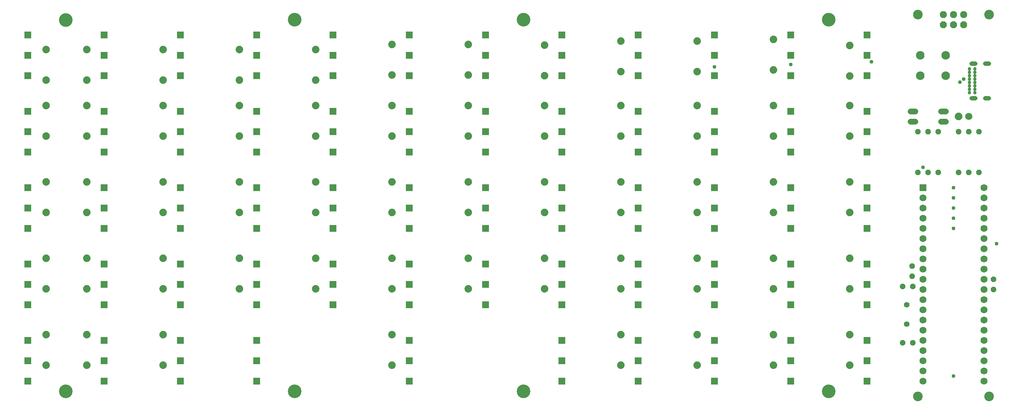
<source format=gbr>
G04 EAGLE Gerber RS-274X export*
G75*
%MOMM*%
%FSLAX34Y34*%
%LPD*%
%INSoldermask Top*%
%IPPOS*%
%AMOC8*
5,1,8,0,0,1.08239X$1,22.5*%
G01*
%ADD10P,1.539592X8X292.500000*%
%ADD11P,1.539592X8X112.500000*%
%ADD12P,1.951982X8X202.500000*%
%ADD13C,1.803400*%
%ADD14P,1.539592X8X202.500000*%
%ADD15C,1.422400*%
%ADD16C,0.857200*%
%ADD17C,1.103200*%
%ADD18P,1.869504X8X202.500000*%
%ADD19C,2.133600*%
%ADD20R,1.727200X1.727200*%
%ADD21C,1.727200*%
%ADD22C,1.422400*%
%ADD23C,3.403200*%
%ADD24C,2.403200*%
%ADD25R,1.703200X1.703200*%
%ADD26C,1.879600*%
%ADD27C,0.959600*%


D10*
X2322830Y363220D03*
X2322830Y337820D03*
D11*
X2526030Y304800D03*
X2526030Y330200D03*
D12*
X2438400Y736600D03*
D13*
X2463800Y736600D03*
D14*
X2324100Y312420D03*
X2298700Y312420D03*
X2324100Y171450D03*
X2298700Y171450D03*
D15*
X2394204Y723900D02*
X2406396Y723900D01*
X2330196Y723900D02*
X2318004Y723900D01*
X2394204Y749300D02*
X2406396Y749300D01*
X2330196Y749300D02*
X2318004Y749300D01*
D16*
X2465460Y795750D03*
X2465460Y804250D03*
X2465460Y812750D03*
X2465460Y821250D03*
X2465460Y829750D03*
X2465460Y838250D03*
X2465460Y846750D03*
X2465460Y855250D03*
X2478960Y855250D03*
X2478960Y846750D03*
X2478960Y838250D03*
X2478960Y829750D03*
X2478960Y821250D03*
X2478960Y812750D03*
X2478960Y804250D03*
X2478960Y795750D03*
D17*
X2479760Y782250D02*
X2470760Y782250D01*
X2470760Y868750D02*
X2479760Y868750D01*
X2504560Y868750D02*
X2513560Y868750D01*
X2513560Y782250D02*
X2504560Y782250D01*
D18*
X2451100Y990600D03*
X2451100Y965200D03*
X2425700Y990600D03*
X2425700Y965200D03*
X2400300Y990600D03*
X2400300Y965200D03*
D11*
X2438400Y596900D03*
X2438400Y698500D03*
D10*
X2489200Y698500D03*
X2489200Y596900D03*
D11*
X2463800Y596900D03*
X2463800Y698500D03*
X2336800Y596900D03*
X2336800Y698500D03*
X2362200Y596900D03*
X2362200Y698500D03*
X2387600Y596900D03*
X2387600Y698500D03*
D19*
X2406650Y838200D03*
X2342650Y838200D03*
X2406650Y889000D03*
X2342650Y889000D03*
D20*
X2349500Y558800D03*
D21*
X2349500Y533400D03*
X2349500Y508000D03*
X2349500Y482600D03*
X2349500Y457200D03*
X2349500Y431800D03*
X2349500Y406400D03*
X2349500Y381000D03*
X2349500Y355600D03*
X2349500Y330200D03*
X2349500Y304800D03*
X2349500Y279400D03*
X2349500Y254000D03*
X2349500Y228600D03*
X2349500Y203200D03*
X2349500Y177800D03*
X2349500Y152400D03*
X2349500Y127000D03*
X2349500Y101600D03*
X2349500Y76200D03*
X2501900Y76200D03*
X2501900Y101600D03*
X2501900Y127000D03*
X2501900Y152400D03*
X2501900Y177800D03*
X2501900Y203200D03*
X2501900Y228600D03*
X2501900Y254000D03*
X2501900Y279400D03*
X2501900Y304800D03*
X2501900Y330200D03*
X2501900Y355600D03*
X2501900Y381000D03*
X2501900Y406400D03*
X2501900Y431800D03*
X2501900Y457200D03*
X2501900Y482600D03*
X2501900Y508000D03*
X2501900Y533400D03*
X2501900Y558800D03*
D22*
X2308860Y218440D03*
X2308860Y266700D03*
D23*
X209550Y50800D03*
X209550Y976630D03*
X2114550Y977900D03*
X2114550Y50800D03*
D24*
X2514600Y990600D03*
X2336800Y990600D03*
X2336800Y38100D03*
X2514600Y38100D03*
D25*
X114300Y939800D03*
X114300Y889000D03*
X114300Y838200D03*
X114300Y749300D03*
X114300Y698500D03*
X114300Y647700D03*
X114300Y558800D03*
X114300Y508000D03*
X114300Y457200D03*
X114300Y368300D03*
X114300Y317500D03*
X114300Y266700D03*
X114300Y177800D03*
X114300Y127000D03*
X114300Y76200D03*
D26*
X160020Y826770D03*
X160020Y902970D03*
X160020Y687070D03*
X160020Y763270D03*
X160020Y496570D03*
X160020Y572770D03*
X160020Y306070D03*
X160020Y382270D03*
X160020Y115570D03*
X160020Y191770D03*
D25*
X304800Y939800D03*
X304800Y889000D03*
X304800Y838200D03*
X304800Y749300D03*
X304800Y698500D03*
X304800Y647700D03*
X304800Y558800D03*
X304800Y508000D03*
X304800Y457200D03*
X304800Y368300D03*
X304800Y317500D03*
X304800Y266700D03*
X304800Y177800D03*
X304800Y127000D03*
X304800Y76200D03*
D26*
X261620Y826770D03*
X261620Y902970D03*
X261620Y687070D03*
X261620Y763270D03*
X261620Y496570D03*
X261620Y572770D03*
X261620Y306070D03*
X261620Y382270D03*
X261620Y115570D03*
X261620Y191770D03*
D25*
X495300Y939800D03*
X495300Y889000D03*
X495300Y838200D03*
X495300Y749300D03*
X495300Y698500D03*
X495300Y647700D03*
X495300Y558800D03*
X495300Y508000D03*
X495300Y457200D03*
X495300Y368300D03*
X495300Y317500D03*
X495300Y266700D03*
X495300Y177800D03*
X495300Y127000D03*
X495300Y76200D03*
D26*
X452120Y826770D03*
X452120Y902970D03*
X452120Y687070D03*
X452120Y763270D03*
X452120Y496570D03*
X452120Y572770D03*
X452120Y306070D03*
X452120Y382270D03*
X452120Y115570D03*
X452120Y191770D03*
D25*
X685800Y939800D03*
X685800Y889000D03*
X685800Y838200D03*
X685800Y749300D03*
X685800Y698500D03*
X685800Y647700D03*
X685800Y558800D03*
X685800Y508000D03*
X685800Y457200D03*
X685800Y368300D03*
X685800Y317500D03*
X685800Y266700D03*
D26*
X642620Y826770D03*
X642620Y902970D03*
X642620Y687070D03*
X642620Y763270D03*
X642620Y496570D03*
X642620Y572770D03*
X642620Y306070D03*
X642620Y382270D03*
D25*
X876300Y939800D03*
X876300Y889000D03*
X876300Y838200D03*
X876300Y749300D03*
X876300Y698500D03*
X876300Y647700D03*
X876300Y558800D03*
X876300Y508000D03*
X876300Y457200D03*
X876300Y368300D03*
X876300Y317500D03*
X876300Y266700D03*
D26*
X833120Y826770D03*
X833120Y902970D03*
X833120Y687070D03*
X833120Y763270D03*
X833120Y496570D03*
X833120Y572770D03*
X833120Y306070D03*
X833120Y382270D03*
D25*
X1066800Y939800D03*
X1066800Y889000D03*
X1066800Y838200D03*
X1066800Y749300D03*
X1066800Y698500D03*
X1066800Y647700D03*
X1066800Y558800D03*
X1066800Y508000D03*
X1066800Y457200D03*
X1066800Y368300D03*
X1066800Y317500D03*
X1066800Y266700D03*
X1066800Y177800D03*
X1066800Y127000D03*
X1066800Y76200D03*
D26*
X1023620Y839470D03*
X1023620Y915670D03*
X1023620Y687070D03*
X1023620Y763270D03*
X1023620Y496570D03*
X1023620Y572770D03*
X1023620Y306070D03*
X1023620Y382270D03*
X1023620Y115570D03*
X1023620Y191770D03*
D25*
X1257300Y939800D03*
X1257300Y889000D03*
X1257300Y838200D03*
X1257300Y749300D03*
X1257300Y698500D03*
X1257300Y647700D03*
X1257300Y558800D03*
X1257300Y508000D03*
X1257300Y457200D03*
X1257300Y368300D03*
X1257300Y317500D03*
X1257300Y266700D03*
D26*
X1214120Y839470D03*
X1214120Y915670D03*
X1214120Y687070D03*
X1214120Y763270D03*
X1214120Y496570D03*
X1214120Y572770D03*
X1214120Y306070D03*
X1214120Y382270D03*
D25*
X1447800Y939800D03*
X1447800Y889000D03*
X1447800Y838200D03*
X1447800Y749300D03*
X1447800Y698500D03*
X1447800Y647700D03*
X1447800Y558800D03*
X1447800Y508000D03*
X1447800Y457200D03*
X1447800Y368300D03*
X1447800Y317500D03*
X1447800Y266700D03*
D26*
X1404620Y838200D03*
X1404620Y914400D03*
X1404620Y687070D03*
X1404620Y763270D03*
X1404620Y496570D03*
X1404620Y572770D03*
X1404620Y306070D03*
X1404620Y382270D03*
D25*
X1638300Y939800D03*
X1638300Y889000D03*
X1638300Y838200D03*
X1638300Y749300D03*
X1638300Y698500D03*
X1638300Y647700D03*
X1638300Y558800D03*
X1638300Y508000D03*
X1638300Y457200D03*
X1638300Y368300D03*
X1638300Y317500D03*
X1638300Y266700D03*
X1638300Y177800D03*
X1638300Y127000D03*
X1638300Y76200D03*
D26*
X1595120Y848360D03*
X1595120Y924560D03*
X1595120Y687070D03*
X1595120Y763270D03*
X1595120Y496570D03*
X1595120Y572770D03*
X1595120Y306070D03*
X1595120Y382270D03*
X1595120Y115570D03*
X1595120Y191770D03*
D25*
X1828800Y939800D03*
X1828800Y889000D03*
X1828800Y838200D03*
X1828800Y749300D03*
X1828800Y698500D03*
X1828800Y647700D03*
X1828800Y558800D03*
X1828800Y508000D03*
X1828800Y457200D03*
X1828800Y368300D03*
X1828800Y317500D03*
X1828800Y266700D03*
X1828800Y177800D03*
X1828800Y127000D03*
X1828800Y76200D03*
D26*
X1785620Y848360D03*
X1785620Y924560D03*
X1785620Y687070D03*
X1785620Y763270D03*
X1785620Y496570D03*
X1785620Y572770D03*
X1785620Y306070D03*
X1785620Y382270D03*
X1785620Y115570D03*
X1785620Y191770D03*
D25*
X2019300Y939800D03*
X2019300Y889000D03*
X2019300Y838200D03*
X2019300Y749300D03*
X2019300Y698500D03*
X2019300Y647700D03*
X2019300Y558800D03*
X2019300Y508000D03*
X2019300Y457200D03*
X2019300Y368300D03*
X2019300Y317500D03*
X2019300Y266700D03*
X2019300Y177800D03*
X2019300Y127000D03*
X2019300Y76200D03*
D26*
X1976120Y852170D03*
X1976120Y928370D03*
X1976120Y687070D03*
X1976120Y763270D03*
X1976120Y496570D03*
X1976120Y572770D03*
X1976120Y306070D03*
X1976120Y382270D03*
X1976120Y115570D03*
X1976120Y191770D03*
D25*
X2209800Y939800D03*
X2209800Y889000D03*
X2209800Y838200D03*
X2209800Y749300D03*
X2209800Y698500D03*
X2209800Y647700D03*
X2209800Y558800D03*
X2209800Y508000D03*
X2209800Y457200D03*
X2209800Y368300D03*
X2209800Y317500D03*
X2209800Y266700D03*
X2209800Y177800D03*
X2209800Y127000D03*
X2209800Y76200D03*
D26*
X2166620Y836930D03*
X2166620Y913130D03*
X2166620Y687070D03*
X2166620Y763270D03*
X2166620Y496570D03*
X2166620Y572770D03*
X2166620Y306070D03*
X2166620Y382270D03*
X2166620Y115570D03*
X2166620Y191770D03*
D25*
X685800Y177800D03*
X685800Y127000D03*
X685800Y76200D03*
X1447800Y177800D03*
X1447800Y127000D03*
X1447800Y76200D03*
D23*
X781050Y50800D03*
X1352550Y50800D03*
X781050Y977900D03*
X1352550Y977900D03*
D27*
X2425700Y533400D03*
X2425700Y508000D03*
X2425700Y482600D03*
X2425700Y457200D03*
X2425700Y88900D03*
X2425700Y558800D03*
X2349500Y609600D03*
X2442210Y821690D03*
X2451100Y829310D03*
X2533650Y419100D03*
X2221230Y872490D03*
X2019300Y866140D03*
X1828800Y859790D03*
M02*

</source>
